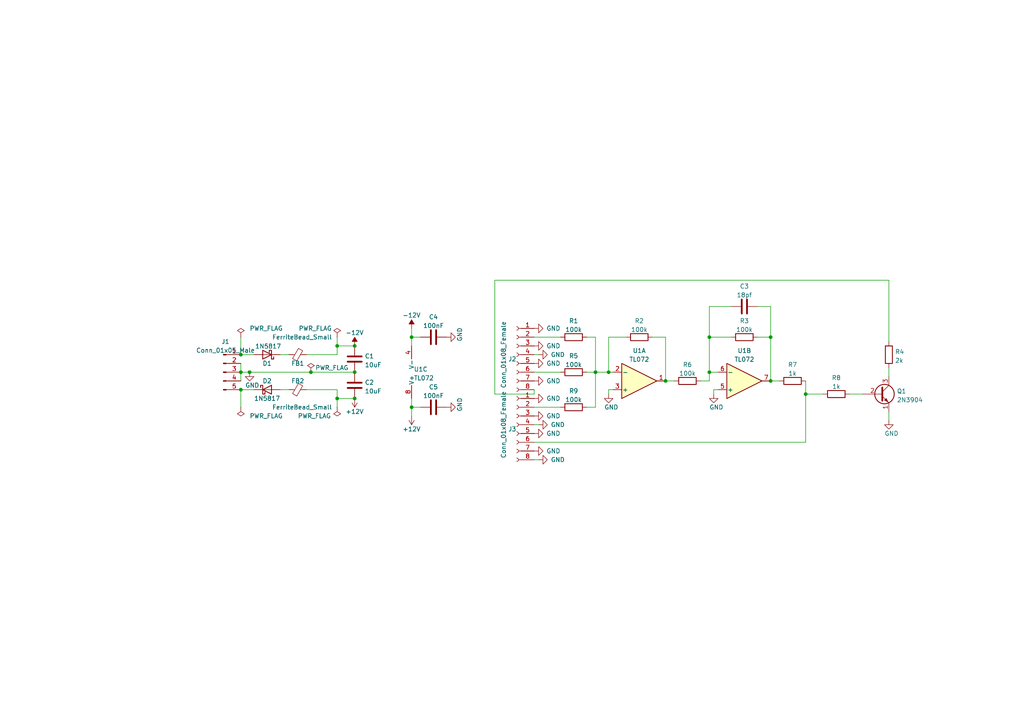
<source format=kicad_sch>
(kicad_sch (version 20211123) (generator eeschema)
  (paper "A4")
  (lib_symbols
    (symbol "Amplifier_Operational:TL072" (pin_names (offset 0.127))
      (property "Reference" "U" (at 0 5.08 0))
      (property "Value" "TL072" (at 0 -5.08 0))
      (symbol "TL072_1_1"
        (polyline (pts (xy -5.08 5.08) (xy 5.08 0) (xy -5.08 -5.08) (xy -5.08 5.08)) (stroke (width 0.254)) (fill (type background)))
        (pin output line (at 7.62 0 180) (length 2.54) (name "~") (number "1"))
        (pin input line (at -7.62 -2.54 0) (length 2.54) (name "-") (number "2"))
        (pin input line (at -7.62 2.54 0) (length 2.54) (name "+") (number "3"))
      )
      (symbol "TL072_2_1"
        (polyline (pts (xy -5.08 5.08) (xy 5.08 0) (xy -5.08 -5.08) (xy -5.08 5.08)) (stroke (width 0.254)) (fill (type background)))
        (pin input line (at -7.62 2.54 0) (length 2.54) (name "+") (number "5"))
        (pin input line (at -7.62 -2.54 0) (length 2.54) (name "-") (number "6"))
        (pin output line (at 7.62 0 180) (length 2.54) (name "~") (number "7"))
      )
      (symbol "TL072_3_1"
        (pin power_in line (at -2.54 -7.62 90) (length 3.81) (name "V-") (number "4"))
        (pin power_in line (at -2.54 7.62 270) (length 3.81) (name "V+") (number "8"))
      )
    )
    (symbol "Connector:Conn_01x05_Male" (pin_names (offset 1.016) hide)
      (property "Reference" "J" (at 0 7.62 0))
      (property "Value" "Conn_01x05_Male" (at 0 -7.62 0))
      (symbol "Conn_01x05_Male_1_1"
        (polyline (pts (xy 1.27 -5.08) (xy 0.8636 -5.08)) (stroke (width 0.1524)))
        (polyline (pts (xy 1.27 -2.54) (xy 0.8636 -2.54)) (stroke (width 0.1524)))
        (polyline (pts (xy 1.27 0) (xy 0.8636 0)) (stroke (width 0.1524)))
        (polyline (pts (xy 1.27 2.54) (xy 0.8636 2.54)) (stroke (width 0.1524)))
        (polyline (pts (xy 1.27 5.08) (xy 0.8636 5.08)) (stroke (width 0.1524)))
        (rectangle (start 0.8636 -4.953) (end 0 -5.207) (stroke (width 0.1524)) (fill (type outline)))
        (rectangle (start 0.8636 -2.413) (end 0 -2.667) (stroke (width 0.1524)) (fill (type outline)))
        (rectangle (start 0.8636 0.127) (end 0 -0.127) (stroke (width 0.1524)) (fill (type outline)))
        (rectangle (start 0.8636 2.667) (end 0 2.413) (stroke (width 0.1524)) (fill (type outline)))
        (rectangle (start 0.8636 5.207) (end 0 4.953) (stroke (width 0.1524)) (fill (type outline)))
        (pin passive line (at 5.08 5.08 180) (length 3.81) (name "Pin_1") (number "1"))
        (pin passive line (at 5.08 2.54 180) (length 3.81) (name "Pin_2") (number "2"))
        (pin passive line (at 5.08 0 180) (length 3.81) (name "Pin_3") (number "3"))
        (pin passive line (at 5.08 -2.54 180) (length 3.81) (name "Pin_4") (number "4"))
        (pin passive line (at 5.08 -5.08 180) (length 3.81) (name "Pin_5") (number "5"))
      )
    )
    (symbol "Connector:Conn_01x08_Female" (pin_names (offset 1.016) hide)
      (property "Reference" "J" (at 0 10.16 0))
      (property "Value" "Conn_01x08_Female" (at 0 -12.7 0))
      (symbol "Conn_01x08_Female_1_1"
        (arc (start 0 -9.652) (mid -0.508 -10.16) (end 0 -10.668) (stroke (width 0.1524)))
        (arc (start 0 -7.112) (mid -0.508 -7.62) (end 0 -8.128) (stroke (width 0.1524)))
        (arc (start 0 -4.572) (mid -0.508 -5.08) (end 0 -5.588) (stroke (width 0.1524)))
        (arc (start 0 -2.032) (mid -0.508 -2.54) (end 0 -3.048) (stroke (width 0.1524)))
        (polyline (pts (xy -1.27 -10.16) (xy -0.508 -10.16)) (stroke (width 0.1524)))
        (polyline (pts (xy -1.27 -7.62) (xy -0.508 -7.62)) (stroke (width 0.1524)))
        (polyline (pts (xy -1.27 -5.08) (xy -0.508 -5.08)) (stroke (width 0.1524)))
        (polyline (pts (xy -1.27 -2.54) (xy -0.508 -2.54)) (stroke (width 0.1524)))
        (polyline (pts (xy -1.27 0) (xy -0.508 0)) (stroke (width 0.1524)))
        (polyline (pts (xy -1.27 2.54) (xy -0.508 2.54)) (stroke (width 0.1524)))
        (polyline (pts (xy -1.27 5.08) (xy -0.508 5.08)) (stroke (width 0.1524)))
        (polyline (pts (xy -1.27 7.62) (xy -0.508 7.62)) (stroke (width 0.1524)))
        (arc (start 0 0.508) (mid -0.508 0) (end 0 -0.508) (stroke (width 0.1524)))
        (arc (start 0 3.048) (mid -0.508 2.54) (end 0 2.032) (stroke (width 0.1524)))
        (arc (start 0 5.588) (mid -0.508 5.08) (end 0 4.572) (stroke (width 0.1524)))
        (arc (start 0 8.128) (mid -0.508 7.62) (end 0 7.112) (stroke (width 0.1524)))
        (pin passive line (at -5.08 7.62 0) (length 3.81) (name "Pin_1") (number "1"))
        (pin passive line (at -5.08 5.08 0) (length 3.81) (name "Pin_2") (number "2"))
        (pin passive line (at -5.08 2.54 0) (length 3.81) (name "Pin_3") (number "3"))
        (pin passive line (at -5.08 0 0) (length 3.81) (name "Pin_4") (number "4"))
        (pin passive line (at -5.08 -2.54 0) (length 3.81) (name "Pin_5") (number "5"))
        (pin passive line (at -5.08 -5.08 0) (length 3.81) (name "Pin_6") (number "6"))
        (pin passive line (at -5.08 -7.62 0) (length 3.81) (name "Pin_7") (number "7"))
        (pin passive line (at -5.08 -10.16 0) (length 3.81) (name "Pin_8") (number "8"))
      )
    )
    (symbol "Device:C" (pin_numbers hide) (pin_names (offset 0.254))
      (property "Reference" "C" (at 0.635 2.54 0))
      (property "Value" "C" (at 0.635 -2.54 0))
      (symbol "C_0_1"
        (polyline (pts (xy -2.032 -0.762) (xy 2.032 -0.762)) (stroke (width 0.508)))
        (polyline (pts (xy -2.032 0.762) (xy 2.032 0.762)) (stroke (width 0.508)))
      )
      (symbol "C_1_1"
        (pin passive line (at 0 3.81 270) (length 2.794) (name "~") (number "1"))
        (pin passive line (at 0 -3.81 90) (length 2.794) (name "~") (number "2"))
      )
    )
    (symbol "Device:FerriteBead_Small" (pin_numbers hide) (pin_names (offset 0))
      (property "Reference" "FB" (at 1.905 1.27 0))
      (property "Value" "FerriteBead_Small" (at 1.905 -1.27 0))
      (symbol "FerriteBead_Small_0_1"
        (polyline (pts (xy 0 -1.27) (xy 0 -0.7874)))
        (polyline (pts (xy 0 0.889) (xy 0 1.2954)))
        (polyline (pts (xy -1.8288 0.2794) (xy -1.1176 1.4986) (xy 1.8288 -0.2032) (xy 1.1176 -1.4224) (xy -1.8288 0.2794)))
      )
      (symbol "FerriteBead_Small_1_1"
        (pin passive line (at 0 2.54 270) (length 1.27) (name "~") (number "1"))
        (pin passive line (at 0 -2.54 90) (length 1.27) (name "~") (number "2"))
      )
    )
    (symbol "Device:R" (pin_numbers hide) (pin_names (offset 0))
      (property "Reference" "R" (at 2.032 0 90))
      (property "Value" "R" (at 0 0 90))
      (symbol "R_0_1"
        (rectangle (start -1.016 -2.54) (end 1.016 2.54) (stroke (width 0.254)))
      )
      (symbol "R_1_1"
        (pin passive line (at 0 3.81 270) (length 1.27) (name "~") (number "1"))
        (pin passive line (at 0 -3.81 90) (length 1.27) (name "~") (number "2"))
      )
    )
    (symbol "Diode:1N5817" (pin_numbers hide) (pin_names (offset 1.016) hide)
      (property "Reference" "D" (at 0 2.54 0))
      (property "Value" "1N5817" (at 0 -2.54 0))
      (symbol "1N5817_0_1"
        (polyline (pts (xy 1.27 0) (xy -1.27 0)))
        (polyline (pts (xy 1.27 1.27) (xy 1.27 -1.27) (xy -1.27 0) (xy 1.27 1.27)) (stroke (width 0.254)))
        (polyline (pts (xy -1.905 0.635) (xy -1.905 1.27) (xy -1.27 1.27) (xy -1.27 -1.27) (xy -0.635 -1.27) (xy -0.635 -0.635)) (stroke (width 0.254)))
      )
      (symbol "1N5817_1_1"
        (pin passive line (at -3.81 0 0) (length 2.54) (name "K") (number "1"))
        (pin passive line (at 3.81 0 180) (length 2.54) (name "A") (number "2"))
      )
    )
    (symbol "Transistor_BJT:2N3904" (pin_names (offset 0) hide)
      (property "Reference" "Q" (at 5.08 1.905 0))
      (property "Value" "2N3904" (at 5.08 0 0))
      (symbol "2N3904_0_1"
        (polyline (pts (xy 0.635 0.635) (xy 2.54 2.54)))
        (polyline (pts (xy 0.635 -0.635) (xy 2.54 -2.54) (xy 2.54 -2.54)))
        (polyline (pts (xy 0.635 1.905) (xy 0.635 -1.905) (xy 0.635 -1.905)) (stroke (width 0.508)))
        (polyline (pts (xy 1.27 -1.778) (xy 1.778 -1.27) (xy 2.286 -2.286) (xy 1.27 -1.778) (xy 1.27 -1.778)) (fill (type outline)))
        (circle (center 1.27 0) (radius 2.8194) (stroke (width 0.254)))
      )
      (symbol "2N3904_1_1"
        (pin passive line (at 2.54 -5.08 90) (length 2.54) (name "E") (number "1"))
        (pin passive line (at -5.08 0 0) (length 5.715) (name "B") (number "2"))
        (pin passive line (at 2.54 5.08 270) (length 2.54) (name "C") (number "3"))
      )
    )
    (symbol "power:+12V" (power) (pin_names (offset 0))
      (property "Value" "+12V" (at 0 3.556 0))
      (symbol "+12V_0_1"
        (polyline (pts (xy -0.762 1.27) (xy 0 2.54)))
        (polyline (pts (xy 0 0) (xy 0 2.54)))
        (polyline (pts (xy 0 2.54) (xy 0.762 1.27)))
      )
      (symbol "+12V_1_1"
        (pin power_in line (at 0 0 90) (length 0) hide (name "+12V") (number "1"))
      )
    )
    (symbol "power:-12V" (power) (pin_names (offset 0))
      (property "Value" "-12V" (at 0 3.81 0))
      (symbol "-12V_0_0"
        (pin power_in line (at 0 0 90) (length 0) hide (name "-12V") (number "1"))
      )
      (symbol "-12V_0_1"
        (polyline (pts (xy 0 0) (xy 0 1.27) (xy 0.762 1.27) (xy 0 2.54) (xy -0.762 1.27) (xy 0 1.27)) (fill (type outline)))
      )
    )
    (symbol "power:GND" (power) (pin_names (offset 0))
      (property "Value" "GND" (at 0 -3.81 0))
      (symbol "GND_0_1"
        (polyline (pts (xy 0 0) (xy 0 -1.27) (xy 1.27 -1.27) (xy 0 -2.54) (xy -1.27 -1.27) (xy 0 -1.27)))
      )
      (symbol "GND_1_1"
        (pin power_in line (at 0 0 270) (length 0) hide (name "GND") (number "1"))
      )
    )
    (symbol "power:PWR_FLAG" (power) (pin_numbers hide) (pin_names (offset 0) hide)
      (property "Value" "PWR_FLAG" (at 0 3.81 0))
      (symbol "PWR_FLAG_0_0"
        (pin power_out line (at 0 0 90) (length 0) (name "pwr") (number "1"))
      )
      (symbol "PWR_FLAG_0_1"
        (polyline (pts (xy 0 0) (xy 0 1.27) (xy -1.016 1.905) (xy 0 2.54) (xy 1.016 1.905) (xy 0 1.27)))
      )
    )
  )
  (junction (at 102.87 115.57))
  (junction (at 119.38 97.79))
  (junction (at 90.17 107.95))
  (junction (at 97.79 100.33))
  (junction (at 69.85 113.03))
  (junction (at 97.79 115.57))
  (junction (at 172.72 107.95))
  (junction (at 119.38 118.11))
  (junction (at 102.87 107.95))
  (junction (at 193.04 110.49))
  (junction (at 223.52 97.79))
  (junction (at 223.52 110.49))
  (junction (at 176.53 107.95))
  (junction (at 69.85 107.95))
  (junction (at 72.39 107.95))
  (junction (at 102.87 100.33))
  (junction (at 233.68 114.3))
  (junction (at 69.85 102.87))
  (junction (at 205.74 107.95))
  (junction (at 205.74 97.79))
  (wire (pts (xy 257.81 106.68) (xy 257.81 109.22)))
  (wire (pts (xy 154.94 114.3) (xy 143.51 114.3)))
  (wire (pts (xy 119.38 118.11) (xy 121.92 118.11)))
  (wire (pts (xy 176.53 97.79) (xy 176.53 107.95)))
  (wire (pts (xy 72.39 107.95) (xy 90.17 107.95)))
  (wire (pts (xy 172.72 107.95) (xy 176.53 107.95)))
  (wire (pts (xy 83.82 113.03) (xy 81.28 113.03)))
  (wire (pts (xy 102.87 115.57) (xy 97.79 115.57)))
  (wire (pts (xy 69.85 113.03) (xy 69.85 118.11)))
  (wire (pts (xy 172.72 118.11) (xy 172.72 107.95)))
  (wire (pts (xy 223.52 97.79) (xy 223.52 110.49)))
  (wire (pts (xy 207.01 114.3) (xy 207.01 113.03)))
  (wire (pts (xy 97.79 118.11) (xy 97.79 115.57)))
  (wire (pts (xy 97.79 115.57) (xy 97.79 113.03)))
  (wire (pts (xy 223.52 88.9) (xy 223.52 97.79)))
  (wire (pts (xy 205.74 97.79) (xy 205.74 107.95)))
  (wire (pts (xy 69.85 105.41) (xy 69.85 107.95)))
  (wire (pts (xy 69.85 97.79) (xy 69.85 102.87)))
  (wire (pts (xy 257.81 119.38) (xy 257.81 121.92)))
  (wire (pts (xy 233.68 114.3) (xy 238.76 114.3)))
  (wire (pts (xy 212.09 88.9) (xy 205.74 88.9)))
  (wire (pts (xy 205.74 107.95) (xy 205.74 110.49)))
  (wire (pts (xy 154.94 97.79) (xy 162.56 97.79)))
  (wire (pts (xy 119.38 115.57) (xy 119.38 118.11)))
  (wire (pts (xy 181.61 97.79) (xy 176.53 97.79)))
  (wire (pts (xy 90.17 107.95) (xy 102.87 107.95)))
  (wire (pts (xy 176.53 114.3) (xy 176.53 113.03)))
  (wire (pts (xy 97.79 100.33) (xy 97.79 102.87)))
  (wire (pts (xy 69.85 102.87) (xy 73.66 102.87)))
  (wire (pts (xy 219.71 97.79) (xy 223.52 97.79)))
  (wire (pts (xy 246.38 114.3) (xy 250.19 114.3)))
  (wire (pts (xy 119.38 118.11) (xy 119.38 120.65)))
  (wire (pts (xy 193.04 110.49) (xy 195.58 110.49)))
  (wire (pts (xy 102.87 100.33) (xy 97.79 100.33)))
  (wire (pts (xy 223.52 110.49) (xy 226.06 110.49)))
  (wire (pts (xy 83.82 102.87) (xy 81.28 102.87)))
  (wire (pts (xy 170.18 118.11) (xy 172.72 118.11)))
  (wire (pts (xy 172.72 107.95) (xy 172.72 97.79)))
  (wire (pts (xy 69.85 113.03) (xy 73.66 113.03)))
  (wire (pts (xy 154.94 107.95) (xy 162.56 107.95)))
  (wire (pts (xy 72.39 107.95) (xy 69.85 107.95)))
  (wire (pts (xy 143.51 114.3) (xy 143.51 81.28)))
  (wire (pts (xy 233.68 110.49) (xy 233.68 114.3)))
  (wire (pts (xy 205.74 88.9) (xy 205.74 97.79)))
  (wire (pts (xy 207.01 113.03) (xy 208.28 113.03)))
  (wire (pts (xy 119.38 97.79) (xy 119.38 100.33)))
  (wire (pts (xy 97.79 97.79) (xy 97.79 100.33)))
  (wire (pts (xy 119.38 95.25) (xy 119.38 97.79)))
  (wire (pts (xy 97.79 113.03) (xy 88.9 113.03)))
  (wire (pts (xy 170.18 107.95) (xy 172.72 107.95)))
  (wire (pts (xy 205.74 110.49) (xy 203.2 110.49)))
  (wire (pts (xy 69.85 107.95) (xy 69.85 110.49)))
  (wire (pts (xy 193.04 97.79) (xy 193.04 110.49)))
  (wire (pts (xy 257.81 81.28) (xy 257.81 99.06)))
  (wire (pts (xy 172.72 97.79) (xy 170.18 97.79)))
  (wire (pts (xy 176.53 113.03) (xy 177.8 113.03)))
  (wire (pts (xy 176.53 107.95) (xy 177.8 107.95)))
  (wire (pts (xy 154.94 102.87) (xy 156.21 102.87)))
  (wire (pts (xy 154.94 118.11) (xy 162.56 118.11)))
  (wire (pts (xy 219.71 88.9) (xy 223.52 88.9)))
  (wire (pts (xy 233.68 128.27) (xy 154.94 128.27)))
  (wire (pts (xy 208.28 107.95) (xy 205.74 107.95)))
  (wire (pts (xy 154.94 113.03) (xy 154.94 114.3)))
  (wire (pts (xy 143.51 81.28) (xy 257.81 81.28)))
  (wire (pts (xy 154.94 133.35) (xy 156.21 133.35)))
  (wire (pts (xy 212.09 97.79) (xy 205.74 97.79)))
  (wire (pts (xy 154.94 123.19) (xy 156.21 123.19)))
  (wire (pts (xy 189.23 97.79) (xy 193.04 97.79)))
  (wire (pts (xy 97.79 102.87) (xy 88.9 102.87)))
  (wire (pts (xy 119.38 97.79) (xy 121.92 97.79)))
  (wire (pts (xy 233.68 114.3) (xy 233.68 128.27)))
  (symbol (lib_id "power:GND") (at 154.94 110.49 90) (unit 1)
    (property "Reference" "#PWR07" (effects hide))
    (property "Value" "GND" (at 162.56 110.49 90) (effects (justify left)))
  )
  (symbol (lib_id "Connector:Conn_01x08_Female") (at 149.86 123.19 0) (mirror y) (unit 1)
    (property "Reference" "J3" (at 148.59 124.46 0))
    (property "Value" "Conn_01x08_Female" (at 146.05 123.19 90))
    (property "Footprint" "Connector_PinSocket_2.54mm:PinSocket_1x08_P2.54mm_Vertical" (effects hide))
  )
  (symbol (lib_id "power:PWR_FLAG") (at 97.79 97.79 0) (unit 1)
    (property "Reference" "#FLG0104" (effects hide))
    (property "Value" "PWR_FLAG" (at 91.44 95.25 0))
  )
  (symbol (lib_id "power:GND") (at 154.94 100.33 90) (unit 1)
    (property "Reference" "#PWR04" (effects hide))
    (property "Value" "GND" (at 162.56 100.33 90) (effects (justify left)))
  )
  (symbol (lib_id "power:GND") (at 176.53 114.3 0) (unit 1)
    (property "Reference" "#PWR08" (effects hide))
    (property "Value" "GND" (at 175.26 118.11 0) (effects (justify left)))
  )
  (symbol (lib_id "Amplifier_Operational:TL072") (at 116.84 107.95 180) (unit 3)
    (property "Reference" "U1" (at 120.015 107.1153 0) (effects (justify right)))
    (property "Value" "TL072" (at 120.015 109.6522 0) (effects (justify right)))
    (property "Footprint" "Package_SO:SOIC-8_3.9x4.9mm_P1.27mm" (effects hide))
    (property "Datasheet" "http://www.ti.com/lit/ds/symlink/tl071.pdf" (effects hide))
  )
  (symbol (lib_id "power:+12V") (at 102.87 115.57 180) (unit 1)
    (property "Reference" "#PWR0104" (effects hide))
    (property "Value" "+12V" (at 102.87 119.38 0))
  )
  (symbol (lib_id "Device:C") (at 102.87 111.76 0) (unit 1)
    (property "Reference" "C2" (at 105.791 110.9253 0) (effects (justify left)))
    (property "Value" "10uF" (at 105.791 113.4622 0) (effects (justify left)))
    (property "Footprint" "Capacitor_SMD:C_0805_2012Metric" (effects hide))
  )
  (symbol (lib_id "Device:C") (at 125.73 118.11 90) (unit 1)
    (property "Reference" "C5" (at 125.73 112.2512 90))
    (property "Value" "100nF" (at 125.73 114.7881 90))
    (property "Footprint" "Capacitor_SMD:C_0603_1608Metric" (effects hide))
  )
  (symbol (lib_id "power:GND") (at 129.54 118.11 90) (unit 1)
    (property "Reference" "#PWR011" (effects hide))
    (property "Value" "GND" (at 133.35 119.38 0) (effects (justify left)))
  )
  (symbol (lib_id "power:GND") (at 154.94 95.25 90) (unit 1)
    (property "Reference" "#PWR02" (effects hide))
    (property "Value" "GND" (at 162.56 95.25 90) (effects (justify left)))
  )
  (symbol (lib_id "power:GND") (at 156.21 123.19 90) (unit 1)
    (property "Reference" "#PWR015" (effects hide))
    (property "Value" "GND" (at 163.83 123.19 90) (effects (justify left)))
  )
  (symbol (lib_id "Device:R") (at 166.37 107.95 90) (unit 1)
    (property "Reference" "R5" (at 166.37 103.2342 90))
    (property "Value" "100k" (at 166.37 105.7711 90))
    (property "Footprint" "Resistor_SMD:R_0603_1608Metric" (effects hide))
  )
  (symbol (lib_id "Diode:1N5817") (at 77.47 102.87 180) (unit 1)
    (property "Reference" "D1" (at 77.47 105.41 0))
    (property "Value" "1N5817" (at 77.7875 100.4371 0))
    (property "Footprint" "Diode_SMD:D_SOD-123" (effects hide))
    (property "Datasheet" "http://www.vishay.com/docs/88525/1n5817.pdf" (effects hide))
  )
  (symbol (lib_id "Device:R") (at 215.9 97.79 90) (unit 1)
    (property "Reference" "R3" (at 215.9 93.0742 90))
    (property "Value" "100k" (at 215.9 95.6111 90))
    (property "Footprint" "Resistor_SMD:R_0603_1608Metric" (effects hide))
  )
  (symbol (lib_id "Device:R") (at 242.57 114.3 90) (unit 1)
    (property "Reference" "R8" (at 242.57 109.5842 90))
    (property "Value" "1k" (at 242.57 112.1211 90))
    (property "Footprint" "Resistor_SMD:R_0603_1608Metric" (effects hide))
  )
  (symbol (lib_id "Diode:1N5817") (at 77.47 113.03 0) (unit 1)
    (property "Reference" "D2" (at 77.47 110.49 0))
    (property "Value" "1N5817" (at 77.47 115.57 0))
    (property "Footprint" "Diode_SMD:D_SOD-123" (effects hide))
    (property "Datasheet" "http://www.vishay.com/docs/88525/1n5817.pdf" (effects hide))
  )
  (symbol (lib_id "power:GND") (at 154.94 105.41 90) (unit 1)
    (property "Reference" "#PWR06" (effects hide))
    (property "Value" "GND" (at 162.56 105.41 90) (effects (justify left)))
  )
  (symbol (lib_id "Device:R") (at 185.42 97.79 90) (unit 1)
    (property "Reference" "R2" (at 185.42 93.0742 90))
    (property "Value" "100k" (at 185.42 95.6111 90))
    (property "Footprint" "Resistor_SMD:R_0603_1608Metric" (effects hide))
  )
  (symbol (lib_id "power:GND") (at 154.94 125.73 90) (unit 1)
    (property "Reference" "#PWR016" (effects hide))
    (property "Value" "GND" (at 162.56 125.73 90) (effects (justify left)))
  )
  (symbol (lib_id "power:GND") (at 156.21 102.87 90) (unit 1)
    (property "Reference" "#PWR05" (effects hide))
    (property "Value" "GND" (at 163.83 102.87 90) (effects (justify left)))
  )
  (symbol (lib_id "power:PWR_FLAG") (at 97.79 118.11 180) (unit 1)
    (property "Reference" "#FLG0103" (effects hide))
    (property "Value" "PWR_FLAG" (at 86.36 120.65 0) (effects (justify right)))
  )
  (symbol (lib_id "Device:R") (at 166.37 97.79 90) (unit 1)
    (property "Reference" "R1" (at 166.37 93.0742 90))
    (property "Value" "100k" (at 166.37 95.6111 90))
    (property "Footprint" "Resistor_SMD:R_0603_1608Metric" (effects hide))
  )
  (symbol (lib_id "power:PWR_FLAG") (at 69.85 118.11 180) (unit 1)
    (property "Reference" "#FLG0101" (effects hide))
    (property "Value" "PWR_FLAG" (at 72.39 120.65 0) (effects (justify right)))
  )
  (symbol (lib_id "power:GND") (at 154.94 130.81 90) (unit 1)
    (property "Reference" "#PWR017" (effects hide))
    (property "Value" "GND" (at 162.56 130.81 90) (effects (justify left)))
  )
  (symbol (lib_id "Device:R") (at 257.81 102.87 180) (unit 1)
    (property "Reference" "R4" (at 259.588 102.0353 0) (effects (justify right)))
    (property "Value" "2k" (at 259.588 104.5722 0) (effects (justify right)))
    (property "Footprint" "Resistor_SMD:R_0603_1608Metric" (effects hide))
  )
  (symbol (lib_id "power:GND") (at 154.94 115.57 90) (unit 1)
    (property "Reference" "#PWR010" (effects hide))
    (property "Value" "GND" (at 162.56 115.57 90) (effects (justify left)))
  )
  (symbol (lib_id "Connector:Conn_01x08_Female") (at 149.86 102.87 0) (mirror y) (unit 1)
    (property "Reference" "J2" (at 148.59 104.14 0))
    (property "Value" "Conn_01x08_Female" (at 146.05 102.87 90))
    (property "Footprint" "Connector_PinSocket_2.54mm:PinSocket_1x08_P2.54mm_Vertical" (effects hide))
  )
  (symbol (lib_id "Device:C") (at 125.73 97.79 90) (unit 1)
    (property "Reference" "C4" (at 125.73 91.9312 90))
    (property "Value" "100nF" (at 125.73 94.4681 90))
    (property "Footprint" "Capacitor_SMD:C_0603_1608Metric" (effects hide))
  )
  (symbol (lib_id "Device:R") (at 229.87 110.49 90) (unit 1)
    (property "Reference" "R7" (at 229.87 105.7742 90))
    (property "Value" "1k" (at 229.87 108.3111 90))
    (property "Footprint" "Resistor_SMD:R_0603_1608Metric" (effects hide))
  )
  (symbol (lib_id "power:GND") (at 207.01 114.3 0) (unit 1)
    (property "Reference" "#PWR09" (effects hide))
    (property "Value" "GND" (at 205.74 118.11 0) (effects (justify left)))
  )
  (symbol (lib_id "Device:FerriteBead_Small") (at 86.36 113.03 90) (unit 1)
    (property "Reference" "FB2" (at 86.36 110.49 90))
    (property "Value" "FerriteBead_Small" (at 87.63 118.11 90))
    (property "Footprint" "Resistor_SMD:R_0603_1608Metric" (effects hide))
  )
  (symbol (lib_id "power:GND") (at 129.54 97.79 90) (unit 1)
    (property "Reference" "#PWR03" (effects hide))
    (property "Value" "GND" (at 133.35 99.06 0) (effects (justify left)))
  )
  (symbol (lib_id "Device:C") (at 102.87 104.14 0) (unit 1)
    (property "Reference" "C1" (at 105.791 103.3053 0) (effects (justify left)))
    (property "Value" "10uF" (at 105.791 105.8422 0) (effects (justify left)))
    (property "Footprint" "Capacitor_SMD:C_0805_2012Metric" (effects hide))
  )
  (symbol (lib_id "power:GND") (at 154.94 120.65 90) (unit 1)
    (property "Reference" "#PWR013" (effects hide))
    (property "Value" "GND" (at 162.56 120.65 90) (effects (justify left)))
  )
  (symbol (lib_id "Device:C") (at 215.9 88.9 90) (unit 1)
    (property "Reference" "C3" (at 215.9 83.0412 90))
    (property "Value" "18pf" (at 215.9 85.5781 90))
    (property "Footprint" "Capacitor_SMD:C_0603_1608Metric" (effects hide))
  )
  (symbol (lib_id "power:GND") (at 156.21 133.35 90) (unit 1)
    (property "Reference" "#PWR018" (effects hide))
    (property "Value" "GND" (at 163.83 133.35 90) (effects (justify left)))
  )
  (symbol (lib_id "Amplifier_Operational:TL072") (at 185.42 110.49 0) (mirror x) (unit 1)
    (property "Reference" "U1" (at 185.42 101.7102 0))
    (property "Value" "TL072" (at 185.42 104.2471 0))
    (property "Footprint" "Package_SO:SOIC-8_3.9x4.9mm_P1.27mm" (effects hide))
    (property "Datasheet" "http://www.ti.com/lit/ds/symlink/tl071.pdf" (effects hide))
  )
  (symbol (lib_id "Device:FerriteBead_Small") (at 86.36 102.87 90) (unit 1)
    (property "Reference" "FB1" (at 86.36 105.41 90))
    (property "Value" "FerriteBead_Small" (at 87.63 97.79 90))
    (property "Footprint" "Resistor_SMD:R_0603_1608Metric" (effects hide))
  )
  (symbol (lib_id "power:GND") (at 72.39 107.95 0) (unit 1)
    (property "Reference" "#PWR0102" (effects hide))
    (property "Value" "GND" (at 71.12 111.76 0) (effects (justify left)))
  )
  (symbol (lib_id "power:-12V") (at 119.38 95.25 0) (unit 1)
    (property "Reference" "#PWR01" (effects hide))
    (property "Value" "-12V" (at 119.38 91.44 0))
  )
  (symbol (lib_id "power:PWR_FLAG") (at 69.85 97.79 0) (unit 1)
    (property "Reference" "#FLG0102" (effects hide))
    (property "Value" "PWR_FLAG" (at 72.39 95.25 0) (effects (justify left)))
  )
  (symbol (lib_id "power:+12V") (at 119.38 120.65 180) (unit 1)
    (property "Reference" "#PWR012" (effects hide))
    (property "Value" "+12V" (at 119.38 124.46 0))
  )
  (symbol (lib_id "Device:R") (at 166.37 118.11 90) (unit 1)
    (property "Reference" "R9" (at 166.37 113.3942 90))
    (property "Value" "100k" (at 166.37 115.9311 90))
    (property "Footprint" "Resistor_SMD:R_0603_1608Metric" (effects hide))
  )
  (symbol (lib_id "power:GND") (at 257.81 121.92 0) (unit 1)
    (property "Reference" "#PWR014" (effects hide))
    (property "Value" "GND" (at 256.54 125.73 0) (effects (justify left)))
  )
  (symbol (lib_id "Device:R") (at 199.39 110.49 90) (unit 1)
    (property "Reference" "R6" (at 199.39 105.7742 90))
    (property "Value" "100k" (at 199.39 108.3111 90))
    (property "Footprint" "Resistor_SMD:R_0603_1608Metric" (effects hide))
  )
  (symbol (lib_id "power:-12V") (at 102.87 100.33 0) (unit 1)
    (property "Reference" "#PWR0103" (effects hide))
    (property "Value" "-12V" (at 102.87 96.52 0))
  )
  (symbol (lib_id "Amplifier_Operational:TL072") (at 215.9 110.49 0) (mirror x) (unit 2)
    (property "Reference" "U1" (at 215.9 101.7102 0))
    (property "Value" "TL072" (at 215.9 104.2471 0))
    (property "Footprint" "Package_SO:SOIC-8_3.9x4.9mm_P1.27mm" (effects hide))
    (property "Datasheet" "http://www.ti.com/lit/ds/symlink/tl071.pdf" (effects hide))
  )
  (symbol (lib_id "power:PWR_FLAG") (at 90.17 107.95 0) (unit 1)
    (property "Reference" "#FLG0105" (effects hide))
    (property "Value" "PWR_FLAG" (at 91.44 106.68 0) (effects (justify left)))
  )
  (symbol (lib_id "Transistor_BJT:2N3904") (at 255.27 114.3 0) (unit 1)
    (property "Reference" "Q1" (at 260.1214 113.4653 0) (effects (justify left)))
    (property "Value" "2N3904" (at 260.1214 116.0022 0) (effects (justify left)))
    (property "Footprint" "Package_TO_SOT_SMD:SOT-23" (effects hide))
    (property "Datasheet" "https://www.onsemi.com/pub/Collateral/2N3903-D.PDF" (effects hide))
  )
  (symbol (lib_id "Connector:Conn_01x05_Male") (at 64.77 107.95 0) (unit 1)
    (property "Reference" "J1" (at 65.405 99.094 0))
    (property "Value" "Conn_01x05_Male" (at 65.405 101.6309 0))
    (property "Footprint" "Connector_PinHeader_2.54mm:PinHeader_1x05_P2.54mm_Vertical" (effects hide))
  )
)
</source>
